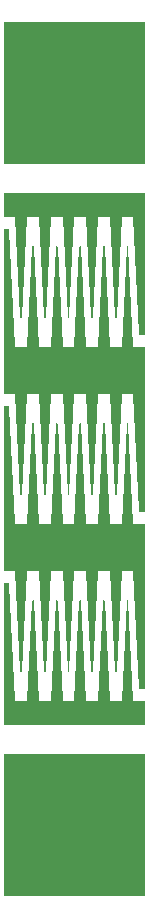
<source format=gbr>
G04 EAGLE Gerber RS-274X export*
G75*
%MOMM*%
%FSLAX34Y34*%
%LPD*%
%INTop Copper*%
%IPPOS*%
%AMOC8*
5,1,8,0,0,1.08239X$1,22.5*%
G01*
%ADD10R,1.508000X1.508000*%

G36*
X129258Y630004D02*
X129258Y630004D01*
X129277Y630002D01*
X129379Y630024D01*
X129481Y630041D01*
X129498Y630050D01*
X129518Y630054D01*
X129607Y630107D01*
X129698Y630156D01*
X129712Y630170D01*
X129729Y630180D01*
X129796Y630259D01*
X129868Y630334D01*
X129876Y630352D01*
X129889Y630367D01*
X129928Y630463D01*
X129971Y630557D01*
X129973Y630577D01*
X129981Y630595D01*
X129999Y630762D01*
X129999Y749238D01*
X129996Y749258D01*
X129998Y749277D01*
X129976Y749379D01*
X129960Y749481D01*
X129950Y749498D01*
X129946Y749518D01*
X129893Y749607D01*
X129844Y749698D01*
X129830Y749712D01*
X129820Y749729D01*
X129741Y749796D01*
X129666Y749868D01*
X129648Y749876D01*
X129633Y749889D01*
X129537Y749928D01*
X129443Y749971D01*
X129423Y749973D01*
X129405Y749981D01*
X129238Y749999D01*
X10762Y749999D01*
X10742Y749996D01*
X10723Y749998D01*
X10621Y749976D01*
X10519Y749960D01*
X10502Y749950D01*
X10482Y749946D01*
X10393Y749893D01*
X10302Y749844D01*
X10288Y749830D01*
X10271Y749820D01*
X10204Y749741D01*
X10133Y749666D01*
X10124Y749648D01*
X10111Y749633D01*
X10072Y749537D01*
X10029Y749443D01*
X10027Y749423D01*
X10019Y749405D01*
X10001Y749238D01*
X10001Y630762D01*
X10004Y630742D01*
X10002Y630723D01*
X10024Y630621D01*
X10041Y630519D01*
X10050Y630502D01*
X10054Y630482D01*
X10107Y630393D01*
X10156Y630302D01*
X10170Y630288D01*
X10180Y630271D01*
X10259Y630204D01*
X10334Y630133D01*
X10352Y630124D01*
X10367Y630111D01*
X10463Y630072D01*
X10557Y630029D01*
X10577Y630027D01*
X10595Y630019D01*
X10762Y630001D01*
X129238Y630001D01*
X129258Y630004D01*
G37*
G36*
X129258Y10004D02*
X129258Y10004D01*
X129277Y10002D01*
X129379Y10024D01*
X129481Y10041D01*
X129498Y10050D01*
X129518Y10054D01*
X129607Y10107D01*
X129698Y10156D01*
X129712Y10170D01*
X129729Y10180D01*
X129796Y10259D01*
X129868Y10334D01*
X129876Y10352D01*
X129889Y10367D01*
X129928Y10463D01*
X129971Y10557D01*
X129973Y10577D01*
X129981Y10595D01*
X129999Y10762D01*
X129999Y129238D01*
X129996Y129258D01*
X129998Y129277D01*
X129976Y129379D01*
X129960Y129481D01*
X129950Y129498D01*
X129946Y129518D01*
X129893Y129607D01*
X129844Y129698D01*
X129830Y129712D01*
X129820Y129729D01*
X129741Y129796D01*
X129666Y129868D01*
X129648Y129876D01*
X129633Y129889D01*
X129537Y129928D01*
X129443Y129971D01*
X129423Y129973D01*
X129405Y129981D01*
X129238Y129999D01*
X10762Y129999D01*
X10742Y129996D01*
X10723Y129998D01*
X10621Y129976D01*
X10519Y129960D01*
X10502Y129950D01*
X10482Y129946D01*
X10393Y129893D01*
X10302Y129844D01*
X10288Y129830D01*
X10271Y129820D01*
X10204Y129741D01*
X10133Y129666D01*
X10124Y129648D01*
X10111Y129633D01*
X10072Y129537D01*
X10029Y129443D01*
X10027Y129423D01*
X10019Y129405D01*
X10001Y129238D01*
X10001Y10762D01*
X10004Y10742D01*
X10002Y10723D01*
X10024Y10621D01*
X10041Y10519D01*
X10050Y10502D01*
X10054Y10482D01*
X10107Y10393D01*
X10156Y10302D01*
X10170Y10288D01*
X10180Y10271D01*
X10259Y10204D01*
X10334Y10133D01*
X10352Y10124D01*
X10367Y10111D01*
X10463Y10072D01*
X10557Y10029D01*
X10577Y10027D01*
X10595Y10019D01*
X10762Y10001D01*
X129238Y10001D01*
X129258Y10004D01*
G37*
G36*
X129258Y335004D02*
X129258Y335004D01*
X129277Y335002D01*
X129379Y335024D01*
X129481Y335041D01*
X129498Y335050D01*
X129518Y335054D01*
X129607Y335107D01*
X129698Y335156D01*
X129712Y335170D01*
X129729Y335180D01*
X129796Y335259D01*
X129868Y335334D01*
X129876Y335352D01*
X129889Y335367D01*
X129928Y335463D01*
X129971Y335557D01*
X129973Y335577D01*
X129981Y335595D01*
X129999Y335762D01*
X129999Y474238D01*
X129996Y474258D01*
X129998Y474277D01*
X129976Y474379D01*
X129960Y474481D01*
X129950Y474498D01*
X129946Y474518D01*
X129893Y474607D01*
X129844Y474698D01*
X129830Y474712D01*
X129820Y474729D01*
X129741Y474796D01*
X129666Y474868D01*
X129648Y474876D01*
X129633Y474889D01*
X129537Y474928D01*
X129443Y474971D01*
X129423Y474973D01*
X129405Y474981D01*
X129238Y474999D01*
X120019Y474999D01*
X120005Y474997D01*
X119999Y474997D01*
X119998Y474998D01*
X119997Y474999D01*
X119997Y475000D01*
X119998Y475019D01*
X115760Y559779D01*
X115742Y559863D01*
X115733Y559947D01*
X115717Y559982D01*
X115709Y560019D01*
X115665Y560093D01*
X115629Y560170D01*
X115602Y560198D01*
X115583Y560231D01*
X115518Y560287D01*
X115459Y560348D01*
X115425Y560366D01*
X115396Y560391D01*
X115317Y560423D01*
X115241Y560463D01*
X115204Y560469D01*
X115168Y560483D01*
X115083Y560489D01*
X114999Y560502D01*
X114961Y560496D01*
X114923Y560498D01*
X114840Y560476D01*
X114756Y560462D01*
X114722Y560444D01*
X114685Y560434D01*
X114614Y560387D01*
X114539Y560346D01*
X114512Y560319D01*
X114481Y560297D01*
X114428Y560230D01*
X114370Y560168D01*
X114354Y560133D01*
X114330Y560103D01*
X114302Y560022D01*
X114266Y559945D01*
X114259Y559896D01*
X114250Y559870D01*
X114247Y559825D01*
X114240Y559779D01*
X110002Y475019D01*
X110003Y475005D01*
X110003Y474999D01*
X110002Y474998D01*
X110001Y474997D01*
X110000Y474997D01*
X109981Y474999D01*
X100019Y474999D01*
X100005Y474997D01*
X99999Y474997D01*
X99998Y474998D01*
X99997Y474999D01*
X99997Y475000D01*
X99998Y475019D01*
X95760Y559779D01*
X95742Y559863D01*
X95733Y559947D01*
X95717Y559982D01*
X95709Y560019D01*
X95665Y560093D01*
X95629Y560170D01*
X95602Y560198D01*
X95583Y560231D01*
X95518Y560287D01*
X95459Y560348D01*
X95425Y560366D01*
X95396Y560391D01*
X95317Y560423D01*
X95241Y560463D01*
X95204Y560469D01*
X95168Y560483D01*
X95083Y560489D01*
X94999Y560502D01*
X94961Y560496D01*
X94923Y560498D01*
X94840Y560476D01*
X94756Y560462D01*
X94722Y560444D01*
X94685Y560434D01*
X94614Y560387D01*
X94539Y560346D01*
X94512Y560319D01*
X94481Y560297D01*
X94428Y560230D01*
X94370Y560168D01*
X94354Y560133D01*
X94330Y560103D01*
X94302Y560022D01*
X94266Y559945D01*
X94259Y559896D01*
X94250Y559870D01*
X94247Y559825D01*
X94240Y559779D01*
X90002Y475019D01*
X90003Y475005D01*
X90003Y474999D01*
X90002Y474998D01*
X90001Y474997D01*
X90000Y474997D01*
X89981Y474999D01*
X80019Y474999D01*
X80005Y474997D01*
X79999Y474997D01*
X79998Y474998D01*
X79997Y474999D01*
X79997Y475000D01*
X79998Y475019D01*
X75760Y559779D01*
X75742Y559863D01*
X75733Y559947D01*
X75717Y559982D01*
X75709Y560019D01*
X75665Y560093D01*
X75629Y560170D01*
X75602Y560198D01*
X75583Y560231D01*
X75518Y560287D01*
X75459Y560348D01*
X75425Y560366D01*
X75396Y560391D01*
X75317Y560423D01*
X75241Y560463D01*
X75204Y560469D01*
X75168Y560483D01*
X75083Y560489D01*
X74999Y560502D01*
X74961Y560496D01*
X74923Y560498D01*
X74840Y560476D01*
X74756Y560462D01*
X74722Y560444D01*
X74685Y560434D01*
X74614Y560387D01*
X74539Y560346D01*
X74512Y560319D01*
X74481Y560297D01*
X74428Y560230D01*
X74370Y560168D01*
X74354Y560133D01*
X74330Y560103D01*
X74302Y560022D01*
X74266Y559945D01*
X74259Y559896D01*
X74250Y559870D01*
X74247Y559825D01*
X74240Y559779D01*
X70002Y475019D01*
X70003Y475005D01*
X70003Y474999D01*
X70002Y474998D01*
X70001Y474997D01*
X70000Y474997D01*
X69981Y474999D01*
X60019Y474999D01*
X60005Y474997D01*
X59999Y474997D01*
X59998Y474998D01*
X59997Y474999D01*
X59997Y475000D01*
X59998Y475019D01*
X55760Y559779D01*
X55742Y559863D01*
X55733Y559947D01*
X55717Y559982D01*
X55709Y560019D01*
X55665Y560093D01*
X55629Y560170D01*
X55602Y560198D01*
X55583Y560231D01*
X55518Y560287D01*
X55459Y560348D01*
X55425Y560366D01*
X55396Y560391D01*
X55317Y560423D01*
X55241Y560463D01*
X55204Y560469D01*
X55168Y560483D01*
X55083Y560489D01*
X54999Y560502D01*
X54961Y560496D01*
X54923Y560498D01*
X54840Y560476D01*
X54756Y560462D01*
X54722Y560444D01*
X54685Y560434D01*
X54614Y560387D01*
X54539Y560346D01*
X54512Y560319D01*
X54481Y560297D01*
X54428Y560230D01*
X54370Y560168D01*
X54354Y560133D01*
X54330Y560103D01*
X54302Y560022D01*
X54266Y559945D01*
X54259Y559896D01*
X54250Y559870D01*
X54247Y559825D01*
X54240Y559779D01*
X50002Y475019D01*
X50003Y475005D01*
X50003Y474999D01*
X50002Y474998D01*
X50001Y474997D01*
X50000Y474997D01*
X49981Y474999D01*
X40019Y474999D01*
X40005Y474997D01*
X39999Y474997D01*
X39998Y474998D01*
X39997Y474999D01*
X39997Y475000D01*
X39998Y475019D01*
X35760Y559779D01*
X35742Y559863D01*
X35733Y559947D01*
X35717Y559982D01*
X35709Y560019D01*
X35665Y560093D01*
X35629Y560170D01*
X35602Y560198D01*
X35583Y560231D01*
X35518Y560287D01*
X35459Y560348D01*
X35425Y560366D01*
X35396Y560391D01*
X35317Y560423D01*
X35241Y560463D01*
X35204Y560469D01*
X35168Y560483D01*
X35083Y560489D01*
X34999Y560502D01*
X34961Y560496D01*
X34923Y560498D01*
X34840Y560476D01*
X34756Y560462D01*
X34722Y560444D01*
X34685Y560434D01*
X34614Y560387D01*
X34539Y560346D01*
X34512Y560319D01*
X34481Y560297D01*
X34428Y560230D01*
X34370Y560168D01*
X34354Y560133D01*
X34330Y560103D01*
X34302Y560022D01*
X34266Y559945D01*
X34259Y559896D01*
X34250Y559870D01*
X34247Y559825D01*
X34240Y559779D01*
X30002Y475019D01*
X30003Y475005D01*
X30003Y474999D01*
X30002Y474998D01*
X30001Y474997D01*
X30000Y474997D01*
X29981Y474999D01*
X20019Y474999D01*
X20005Y474997D01*
X19999Y474997D01*
X19998Y474998D01*
X19997Y474999D01*
X19997Y475000D01*
X19998Y475019D01*
X15035Y574276D01*
X15035Y574277D01*
X15010Y574393D01*
X14984Y574516D01*
X14983Y574517D01*
X14983Y574518D01*
X14922Y574620D01*
X14858Y574728D01*
X14857Y574728D01*
X14857Y574729D01*
X14765Y574808D01*
X14671Y574888D01*
X14670Y574889D01*
X14549Y574938D01*
X14443Y574980D01*
X14442Y574981D01*
X14275Y574999D01*
X10762Y574999D01*
X10742Y574996D01*
X10723Y574998D01*
X10621Y574976D01*
X10519Y574960D01*
X10502Y574950D01*
X10482Y574946D01*
X10393Y574893D01*
X10302Y574844D01*
X10288Y574830D01*
X10271Y574820D01*
X10204Y574741D01*
X10133Y574666D01*
X10124Y574648D01*
X10111Y574633D01*
X10072Y574537D01*
X10029Y574443D01*
X10027Y574423D01*
X10019Y574405D01*
X10001Y574238D01*
X10001Y435762D01*
X10004Y435742D01*
X10002Y435723D01*
X10024Y435621D01*
X10041Y435519D01*
X10050Y435502D01*
X10054Y435482D01*
X10107Y435393D01*
X10156Y435302D01*
X10170Y435288D01*
X10180Y435271D01*
X10259Y435204D01*
X10334Y435133D01*
X10352Y435124D01*
X10367Y435111D01*
X10463Y435072D01*
X10557Y435029D01*
X10577Y435027D01*
X10595Y435019D01*
X10762Y435001D01*
X19981Y435001D01*
X19995Y435003D01*
X20001Y435003D01*
X20002Y435002D01*
X20003Y435001D01*
X20003Y435000D01*
X20002Y434981D01*
X24240Y350221D01*
X24258Y350137D01*
X24267Y350053D01*
X24283Y350018D01*
X24292Y349981D01*
X24335Y349907D01*
X24371Y349830D01*
X24398Y349802D01*
X24417Y349769D01*
X24482Y349714D01*
X24541Y349652D01*
X24575Y349634D01*
X24604Y349609D01*
X24683Y349577D01*
X24759Y349537D01*
X24796Y349531D01*
X24832Y349517D01*
X24917Y349512D01*
X25001Y349498D01*
X25039Y349504D01*
X25077Y349502D01*
X25160Y349524D01*
X25244Y349538D01*
X25278Y349556D01*
X25315Y349566D01*
X25386Y349613D01*
X25461Y349654D01*
X25488Y349681D01*
X25519Y349703D01*
X25572Y349770D01*
X25630Y349832D01*
X25646Y349867D01*
X25670Y349897D01*
X25698Y349978D01*
X25734Y350056D01*
X25741Y350105D01*
X25750Y350130D01*
X25753Y350175D01*
X25760Y350221D01*
X29998Y434981D01*
X29997Y434995D01*
X29997Y435001D01*
X29998Y435002D01*
X29999Y435003D01*
X30000Y435003D01*
X30019Y435001D01*
X39981Y435001D01*
X39995Y435003D01*
X40001Y435003D01*
X40002Y435002D01*
X40003Y435001D01*
X40003Y435000D01*
X40002Y434981D01*
X44240Y350221D01*
X44258Y350137D01*
X44267Y350053D01*
X44283Y350018D01*
X44292Y349981D01*
X44335Y349907D01*
X44371Y349830D01*
X44398Y349802D01*
X44417Y349769D01*
X44482Y349714D01*
X44541Y349652D01*
X44575Y349634D01*
X44604Y349609D01*
X44683Y349577D01*
X44759Y349537D01*
X44796Y349531D01*
X44832Y349517D01*
X44917Y349512D01*
X45001Y349498D01*
X45039Y349504D01*
X45077Y349502D01*
X45160Y349524D01*
X45244Y349538D01*
X45278Y349556D01*
X45315Y349566D01*
X45386Y349613D01*
X45461Y349654D01*
X45488Y349681D01*
X45519Y349703D01*
X45572Y349770D01*
X45630Y349832D01*
X45646Y349867D01*
X45670Y349897D01*
X45698Y349978D01*
X45734Y350056D01*
X45741Y350105D01*
X45750Y350130D01*
X45753Y350175D01*
X45760Y350221D01*
X49998Y434981D01*
X49997Y434995D01*
X49997Y435001D01*
X49998Y435002D01*
X49999Y435003D01*
X50000Y435003D01*
X50019Y435001D01*
X59981Y435001D01*
X59995Y435003D01*
X60001Y435003D01*
X60002Y435002D01*
X60003Y435001D01*
X60003Y435000D01*
X60002Y434981D01*
X64240Y350221D01*
X64258Y350137D01*
X64267Y350053D01*
X64283Y350018D01*
X64292Y349981D01*
X64335Y349907D01*
X64371Y349830D01*
X64398Y349802D01*
X64417Y349769D01*
X64482Y349714D01*
X64541Y349652D01*
X64575Y349634D01*
X64604Y349609D01*
X64683Y349577D01*
X64759Y349537D01*
X64796Y349531D01*
X64832Y349517D01*
X64917Y349512D01*
X65001Y349498D01*
X65039Y349504D01*
X65077Y349502D01*
X65160Y349524D01*
X65244Y349538D01*
X65278Y349556D01*
X65315Y349566D01*
X65386Y349613D01*
X65461Y349654D01*
X65488Y349681D01*
X65519Y349703D01*
X65572Y349770D01*
X65630Y349832D01*
X65646Y349867D01*
X65670Y349897D01*
X65698Y349978D01*
X65734Y350056D01*
X65741Y350105D01*
X65750Y350130D01*
X65753Y350175D01*
X65760Y350221D01*
X69998Y434981D01*
X69997Y434995D01*
X69997Y435001D01*
X69998Y435002D01*
X69999Y435003D01*
X70000Y435003D01*
X70019Y435001D01*
X79981Y435001D01*
X79995Y435003D01*
X80001Y435003D01*
X80002Y435002D01*
X80003Y435001D01*
X80003Y435000D01*
X80002Y434981D01*
X84240Y350221D01*
X84258Y350137D01*
X84267Y350053D01*
X84283Y350018D01*
X84292Y349981D01*
X84335Y349907D01*
X84371Y349830D01*
X84398Y349802D01*
X84417Y349769D01*
X84482Y349714D01*
X84541Y349652D01*
X84575Y349634D01*
X84604Y349609D01*
X84683Y349577D01*
X84759Y349537D01*
X84796Y349531D01*
X84832Y349517D01*
X84917Y349512D01*
X85001Y349498D01*
X85039Y349504D01*
X85077Y349502D01*
X85160Y349524D01*
X85244Y349538D01*
X85278Y349556D01*
X85315Y349566D01*
X85386Y349613D01*
X85461Y349654D01*
X85488Y349681D01*
X85519Y349703D01*
X85572Y349770D01*
X85630Y349832D01*
X85646Y349867D01*
X85670Y349897D01*
X85698Y349978D01*
X85734Y350056D01*
X85741Y350105D01*
X85750Y350130D01*
X85753Y350175D01*
X85760Y350221D01*
X89998Y434981D01*
X89997Y434995D01*
X89997Y435001D01*
X89998Y435002D01*
X89999Y435003D01*
X90000Y435003D01*
X90019Y435001D01*
X99981Y435001D01*
X99995Y435003D01*
X100001Y435003D01*
X100002Y435002D01*
X100003Y435001D01*
X100003Y435000D01*
X100002Y434981D01*
X104240Y350221D01*
X104258Y350137D01*
X104267Y350053D01*
X104283Y350018D01*
X104292Y349981D01*
X104335Y349907D01*
X104371Y349830D01*
X104398Y349802D01*
X104417Y349769D01*
X104482Y349714D01*
X104541Y349652D01*
X104575Y349634D01*
X104604Y349609D01*
X104683Y349577D01*
X104759Y349537D01*
X104796Y349531D01*
X104832Y349517D01*
X104917Y349512D01*
X105001Y349498D01*
X105039Y349504D01*
X105077Y349502D01*
X105160Y349524D01*
X105244Y349538D01*
X105278Y349556D01*
X105315Y349566D01*
X105386Y349613D01*
X105461Y349654D01*
X105488Y349681D01*
X105519Y349703D01*
X105572Y349770D01*
X105630Y349832D01*
X105646Y349867D01*
X105670Y349897D01*
X105698Y349978D01*
X105734Y350056D01*
X105741Y350105D01*
X105750Y350130D01*
X105753Y350175D01*
X105760Y350221D01*
X109998Y434981D01*
X109997Y434995D01*
X109997Y435001D01*
X109998Y435002D01*
X109999Y435003D01*
X110000Y435003D01*
X110019Y435001D01*
X119981Y435001D01*
X119995Y435003D01*
X120001Y435003D01*
X120002Y435002D01*
X120003Y435001D01*
X120003Y435000D01*
X120002Y434981D01*
X124965Y335724D01*
X124965Y335723D01*
X124990Y335607D01*
X125016Y335484D01*
X125017Y335483D01*
X125017Y335482D01*
X125078Y335380D01*
X125142Y335272D01*
X125143Y335272D01*
X125143Y335271D01*
X125235Y335192D01*
X125329Y335112D01*
X125330Y335111D01*
X125451Y335062D01*
X125557Y335020D01*
X125558Y335019D01*
X125725Y335001D01*
X129238Y335001D01*
X129258Y335004D01*
G37*
G36*
X129258Y185004D02*
X129258Y185004D01*
X129277Y185002D01*
X129379Y185024D01*
X129481Y185041D01*
X129498Y185050D01*
X129518Y185054D01*
X129607Y185107D01*
X129698Y185156D01*
X129712Y185170D01*
X129729Y185180D01*
X129796Y185259D01*
X129868Y185334D01*
X129876Y185352D01*
X129889Y185367D01*
X129928Y185463D01*
X129971Y185557D01*
X129973Y185577D01*
X129981Y185595D01*
X129999Y185762D01*
X129999Y324238D01*
X129996Y324258D01*
X129998Y324277D01*
X129976Y324379D01*
X129960Y324481D01*
X129950Y324498D01*
X129946Y324518D01*
X129893Y324607D01*
X129844Y324698D01*
X129830Y324712D01*
X129820Y324729D01*
X129741Y324796D01*
X129666Y324868D01*
X129648Y324876D01*
X129633Y324889D01*
X129537Y324928D01*
X129443Y324971D01*
X129423Y324973D01*
X129405Y324981D01*
X129238Y324999D01*
X120019Y324999D01*
X120005Y324997D01*
X119999Y324997D01*
X119998Y324998D01*
X119997Y324999D01*
X119997Y325000D01*
X119998Y325019D01*
X115760Y409779D01*
X115742Y409863D01*
X115733Y409947D01*
X115717Y409982D01*
X115709Y410019D01*
X115665Y410093D01*
X115629Y410170D01*
X115602Y410198D01*
X115583Y410231D01*
X115518Y410287D01*
X115459Y410348D01*
X115425Y410366D01*
X115396Y410391D01*
X115317Y410423D01*
X115241Y410463D01*
X115204Y410469D01*
X115168Y410483D01*
X115083Y410489D01*
X114999Y410502D01*
X114961Y410496D01*
X114923Y410498D01*
X114840Y410476D01*
X114756Y410462D01*
X114722Y410444D01*
X114685Y410434D01*
X114614Y410387D01*
X114539Y410346D01*
X114512Y410319D01*
X114481Y410297D01*
X114428Y410230D01*
X114370Y410168D01*
X114354Y410133D01*
X114330Y410103D01*
X114302Y410022D01*
X114266Y409945D01*
X114259Y409896D01*
X114250Y409870D01*
X114247Y409825D01*
X114240Y409779D01*
X110002Y325019D01*
X110003Y325005D01*
X110003Y324999D01*
X110002Y324998D01*
X110001Y324997D01*
X110000Y324997D01*
X109981Y324999D01*
X100019Y324999D01*
X100005Y324997D01*
X99999Y324997D01*
X99998Y324998D01*
X99997Y324999D01*
X99997Y325000D01*
X99998Y325019D01*
X95760Y409779D01*
X95742Y409863D01*
X95733Y409947D01*
X95717Y409982D01*
X95709Y410019D01*
X95665Y410093D01*
X95629Y410170D01*
X95602Y410198D01*
X95583Y410231D01*
X95518Y410287D01*
X95459Y410348D01*
X95425Y410366D01*
X95396Y410391D01*
X95317Y410423D01*
X95241Y410463D01*
X95204Y410469D01*
X95168Y410483D01*
X95083Y410489D01*
X94999Y410502D01*
X94961Y410496D01*
X94923Y410498D01*
X94840Y410476D01*
X94756Y410462D01*
X94722Y410444D01*
X94685Y410434D01*
X94614Y410387D01*
X94539Y410346D01*
X94512Y410319D01*
X94481Y410297D01*
X94428Y410230D01*
X94370Y410168D01*
X94354Y410133D01*
X94330Y410103D01*
X94302Y410022D01*
X94266Y409945D01*
X94259Y409896D01*
X94250Y409870D01*
X94247Y409825D01*
X94240Y409779D01*
X90002Y325019D01*
X90003Y325005D01*
X90003Y324999D01*
X90002Y324998D01*
X90001Y324997D01*
X90000Y324997D01*
X89981Y324999D01*
X80019Y324999D01*
X80005Y324997D01*
X79999Y324997D01*
X79998Y324998D01*
X79997Y324999D01*
X79997Y325000D01*
X79998Y325019D01*
X75760Y409779D01*
X75742Y409863D01*
X75733Y409947D01*
X75717Y409982D01*
X75709Y410019D01*
X75665Y410093D01*
X75629Y410170D01*
X75602Y410198D01*
X75583Y410231D01*
X75518Y410287D01*
X75459Y410348D01*
X75425Y410366D01*
X75396Y410391D01*
X75317Y410423D01*
X75241Y410463D01*
X75204Y410469D01*
X75168Y410483D01*
X75083Y410489D01*
X74999Y410502D01*
X74961Y410496D01*
X74923Y410498D01*
X74840Y410476D01*
X74756Y410462D01*
X74722Y410444D01*
X74685Y410434D01*
X74614Y410387D01*
X74539Y410346D01*
X74512Y410319D01*
X74481Y410297D01*
X74428Y410230D01*
X74370Y410168D01*
X74354Y410133D01*
X74330Y410103D01*
X74302Y410022D01*
X74266Y409945D01*
X74259Y409896D01*
X74250Y409870D01*
X74247Y409825D01*
X74240Y409779D01*
X70002Y325019D01*
X70003Y325005D01*
X70003Y324999D01*
X70002Y324998D01*
X70001Y324997D01*
X70000Y324997D01*
X69981Y324999D01*
X60019Y324999D01*
X60005Y324997D01*
X59999Y324997D01*
X59998Y324998D01*
X59997Y324999D01*
X59997Y325000D01*
X59998Y325019D01*
X55760Y409779D01*
X55742Y409863D01*
X55733Y409947D01*
X55717Y409982D01*
X55709Y410019D01*
X55665Y410093D01*
X55629Y410170D01*
X55602Y410198D01*
X55583Y410231D01*
X55518Y410287D01*
X55459Y410348D01*
X55425Y410366D01*
X55396Y410391D01*
X55317Y410423D01*
X55241Y410463D01*
X55204Y410469D01*
X55168Y410483D01*
X55083Y410489D01*
X54999Y410502D01*
X54961Y410496D01*
X54923Y410498D01*
X54840Y410476D01*
X54756Y410462D01*
X54722Y410444D01*
X54685Y410434D01*
X54614Y410387D01*
X54539Y410346D01*
X54512Y410319D01*
X54481Y410297D01*
X54428Y410230D01*
X54370Y410168D01*
X54354Y410133D01*
X54330Y410103D01*
X54302Y410022D01*
X54266Y409945D01*
X54259Y409896D01*
X54250Y409870D01*
X54247Y409825D01*
X54240Y409779D01*
X50002Y325019D01*
X50003Y325005D01*
X50003Y324999D01*
X50002Y324998D01*
X50001Y324997D01*
X50000Y324997D01*
X49981Y324999D01*
X40019Y324999D01*
X40005Y324997D01*
X39999Y324997D01*
X39998Y324998D01*
X39997Y324999D01*
X39997Y325000D01*
X39998Y325019D01*
X35760Y409779D01*
X35742Y409863D01*
X35733Y409947D01*
X35717Y409982D01*
X35709Y410019D01*
X35665Y410093D01*
X35629Y410170D01*
X35602Y410198D01*
X35583Y410231D01*
X35518Y410287D01*
X35459Y410348D01*
X35425Y410366D01*
X35396Y410391D01*
X35317Y410423D01*
X35241Y410463D01*
X35204Y410469D01*
X35168Y410483D01*
X35083Y410489D01*
X34999Y410502D01*
X34961Y410496D01*
X34923Y410498D01*
X34840Y410476D01*
X34756Y410462D01*
X34722Y410444D01*
X34685Y410434D01*
X34614Y410387D01*
X34539Y410346D01*
X34512Y410319D01*
X34481Y410297D01*
X34428Y410230D01*
X34370Y410168D01*
X34354Y410133D01*
X34330Y410103D01*
X34302Y410022D01*
X34266Y409945D01*
X34259Y409896D01*
X34250Y409870D01*
X34247Y409825D01*
X34240Y409779D01*
X30002Y325019D01*
X30003Y325005D01*
X30003Y324999D01*
X30002Y324998D01*
X30001Y324997D01*
X30000Y324997D01*
X29981Y324999D01*
X20019Y324999D01*
X20005Y324997D01*
X19999Y324997D01*
X19998Y324998D01*
X19997Y324999D01*
X19997Y325000D01*
X19998Y325019D01*
X15035Y424276D01*
X15035Y424277D01*
X15010Y424393D01*
X14984Y424516D01*
X14983Y424517D01*
X14983Y424518D01*
X14922Y424620D01*
X14858Y424728D01*
X14857Y424728D01*
X14857Y424729D01*
X14765Y424808D01*
X14671Y424888D01*
X14670Y424889D01*
X14549Y424938D01*
X14443Y424980D01*
X14442Y424981D01*
X14275Y424999D01*
X10762Y424999D01*
X10742Y424996D01*
X10723Y424998D01*
X10621Y424976D01*
X10519Y424960D01*
X10502Y424950D01*
X10482Y424946D01*
X10393Y424893D01*
X10302Y424844D01*
X10288Y424830D01*
X10271Y424820D01*
X10204Y424741D01*
X10133Y424666D01*
X10124Y424648D01*
X10111Y424633D01*
X10072Y424537D01*
X10029Y424443D01*
X10027Y424423D01*
X10019Y424405D01*
X10001Y424238D01*
X10001Y285762D01*
X10004Y285742D01*
X10002Y285723D01*
X10024Y285621D01*
X10041Y285519D01*
X10050Y285502D01*
X10054Y285482D01*
X10107Y285393D01*
X10156Y285302D01*
X10170Y285288D01*
X10180Y285271D01*
X10259Y285204D01*
X10334Y285133D01*
X10352Y285124D01*
X10367Y285111D01*
X10463Y285072D01*
X10557Y285029D01*
X10577Y285027D01*
X10595Y285019D01*
X10762Y285001D01*
X19981Y285001D01*
X19995Y285003D01*
X20001Y285003D01*
X20002Y285002D01*
X20003Y285001D01*
X20003Y285000D01*
X20002Y284981D01*
X24240Y200221D01*
X24258Y200137D01*
X24267Y200053D01*
X24283Y200018D01*
X24292Y199981D01*
X24335Y199907D01*
X24371Y199830D01*
X24398Y199802D01*
X24417Y199769D01*
X24482Y199714D01*
X24541Y199652D01*
X24575Y199634D01*
X24604Y199609D01*
X24683Y199577D01*
X24759Y199537D01*
X24796Y199531D01*
X24832Y199517D01*
X24917Y199512D01*
X25001Y199498D01*
X25039Y199504D01*
X25077Y199502D01*
X25160Y199524D01*
X25244Y199538D01*
X25278Y199556D01*
X25315Y199566D01*
X25386Y199613D01*
X25461Y199654D01*
X25488Y199681D01*
X25519Y199703D01*
X25572Y199770D01*
X25630Y199832D01*
X25646Y199867D01*
X25670Y199897D01*
X25698Y199978D01*
X25734Y200056D01*
X25741Y200105D01*
X25750Y200130D01*
X25753Y200175D01*
X25760Y200221D01*
X29998Y284981D01*
X29997Y284995D01*
X29997Y285001D01*
X29998Y285002D01*
X29999Y285003D01*
X30000Y285003D01*
X30019Y285001D01*
X39981Y285001D01*
X39995Y285003D01*
X40001Y285003D01*
X40002Y285002D01*
X40003Y285001D01*
X40003Y285000D01*
X40002Y284981D01*
X44240Y200221D01*
X44258Y200137D01*
X44267Y200053D01*
X44283Y200018D01*
X44292Y199981D01*
X44335Y199907D01*
X44371Y199830D01*
X44398Y199802D01*
X44417Y199769D01*
X44482Y199714D01*
X44541Y199652D01*
X44575Y199634D01*
X44604Y199609D01*
X44683Y199577D01*
X44759Y199537D01*
X44796Y199531D01*
X44832Y199517D01*
X44917Y199512D01*
X45001Y199498D01*
X45039Y199504D01*
X45077Y199502D01*
X45160Y199524D01*
X45244Y199538D01*
X45278Y199556D01*
X45315Y199566D01*
X45386Y199613D01*
X45461Y199654D01*
X45488Y199681D01*
X45519Y199703D01*
X45572Y199770D01*
X45630Y199832D01*
X45646Y199867D01*
X45670Y199897D01*
X45698Y199978D01*
X45734Y200056D01*
X45741Y200105D01*
X45750Y200130D01*
X45753Y200175D01*
X45760Y200221D01*
X49998Y284981D01*
X49997Y284995D01*
X49997Y285001D01*
X49998Y285002D01*
X49999Y285003D01*
X50000Y285003D01*
X50019Y285001D01*
X59981Y285001D01*
X59995Y285003D01*
X60001Y285003D01*
X60002Y285002D01*
X60003Y285001D01*
X60003Y285000D01*
X60002Y284981D01*
X64240Y200221D01*
X64258Y200137D01*
X64267Y200053D01*
X64283Y200018D01*
X64292Y199981D01*
X64335Y199907D01*
X64371Y199830D01*
X64398Y199802D01*
X64417Y199769D01*
X64482Y199714D01*
X64541Y199652D01*
X64575Y199634D01*
X64604Y199609D01*
X64683Y199577D01*
X64759Y199537D01*
X64796Y199531D01*
X64832Y199517D01*
X64917Y199512D01*
X65001Y199498D01*
X65039Y199504D01*
X65077Y199502D01*
X65160Y199524D01*
X65244Y199538D01*
X65278Y199556D01*
X65315Y199566D01*
X65386Y199613D01*
X65461Y199654D01*
X65488Y199681D01*
X65519Y199703D01*
X65572Y199770D01*
X65630Y199832D01*
X65646Y199867D01*
X65670Y199897D01*
X65698Y199978D01*
X65734Y200056D01*
X65741Y200105D01*
X65750Y200130D01*
X65753Y200175D01*
X65760Y200221D01*
X69998Y284981D01*
X69997Y284995D01*
X69997Y285001D01*
X69998Y285002D01*
X69999Y285003D01*
X70000Y285003D01*
X70019Y285001D01*
X79981Y285001D01*
X79995Y285003D01*
X80001Y285003D01*
X80002Y285002D01*
X80003Y285001D01*
X80003Y285000D01*
X80002Y284981D01*
X84240Y200221D01*
X84258Y200137D01*
X84267Y200053D01*
X84283Y200018D01*
X84292Y199981D01*
X84335Y199907D01*
X84371Y199830D01*
X84398Y199802D01*
X84417Y199769D01*
X84482Y199714D01*
X84541Y199652D01*
X84575Y199634D01*
X84604Y199609D01*
X84683Y199577D01*
X84759Y199537D01*
X84796Y199531D01*
X84832Y199517D01*
X84917Y199512D01*
X85001Y199498D01*
X85039Y199504D01*
X85077Y199502D01*
X85160Y199524D01*
X85244Y199538D01*
X85278Y199556D01*
X85315Y199566D01*
X85386Y199613D01*
X85461Y199654D01*
X85488Y199681D01*
X85519Y199703D01*
X85572Y199770D01*
X85630Y199832D01*
X85646Y199867D01*
X85670Y199897D01*
X85698Y199978D01*
X85734Y200056D01*
X85741Y200105D01*
X85750Y200130D01*
X85753Y200175D01*
X85760Y200221D01*
X89998Y284981D01*
X89997Y284995D01*
X89997Y285001D01*
X89998Y285002D01*
X89999Y285003D01*
X90000Y285003D01*
X90019Y285001D01*
X99981Y285001D01*
X99995Y285003D01*
X100001Y285003D01*
X100002Y285002D01*
X100003Y285001D01*
X100003Y285000D01*
X100002Y284981D01*
X104240Y200221D01*
X104258Y200137D01*
X104267Y200053D01*
X104283Y200018D01*
X104292Y199981D01*
X104335Y199907D01*
X104371Y199830D01*
X104398Y199802D01*
X104417Y199769D01*
X104482Y199714D01*
X104541Y199652D01*
X104575Y199634D01*
X104604Y199609D01*
X104683Y199577D01*
X104759Y199537D01*
X104796Y199531D01*
X104832Y199517D01*
X104917Y199512D01*
X105001Y199498D01*
X105039Y199504D01*
X105077Y199502D01*
X105160Y199524D01*
X105244Y199538D01*
X105278Y199556D01*
X105315Y199566D01*
X105386Y199613D01*
X105461Y199654D01*
X105488Y199681D01*
X105519Y199703D01*
X105572Y199770D01*
X105630Y199832D01*
X105646Y199867D01*
X105670Y199897D01*
X105698Y199978D01*
X105734Y200056D01*
X105741Y200105D01*
X105750Y200130D01*
X105753Y200175D01*
X105760Y200221D01*
X109998Y284981D01*
X109997Y284995D01*
X109997Y285001D01*
X109998Y285002D01*
X109999Y285003D01*
X110000Y285003D01*
X110019Y285001D01*
X119981Y285001D01*
X119995Y285003D01*
X120001Y285003D01*
X120002Y285002D01*
X120003Y285001D01*
X120003Y285000D01*
X120002Y284981D01*
X124965Y185724D01*
X124965Y185723D01*
X124990Y185607D01*
X125016Y185484D01*
X125017Y185483D01*
X125017Y185482D01*
X125078Y185380D01*
X125142Y185272D01*
X125143Y185272D01*
X125143Y185271D01*
X125235Y185192D01*
X125329Y185112D01*
X125330Y185111D01*
X125451Y185062D01*
X125557Y185020D01*
X125558Y185019D01*
X125725Y185001D01*
X129238Y185001D01*
X129258Y185004D01*
G37*
G36*
X129258Y485004D02*
X129258Y485004D01*
X129277Y485002D01*
X129379Y485024D01*
X129481Y485041D01*
X129498Y485050D01*
X129518Y485054D01*
X129607Y485107D01*
X129698Y485156D01*
X129712Y485170D01*
X129729Y485180D01*
X129796Y485259D01*
X129868Y485334D01*
X129876Y485352D01*
X129889Y485367D01*
X129928Y485463D01*
X129971Y485557D01*
X129973Y485577D01*
X129981Y485595D01*
X129999Y485762D01*
X129999Y604238D01*
X129996Y604258D01*
X129998Y604277D01*
X129976Y604379D01*
X129960Y604481D01*
X129950Y604498D01*
X129946Y604518D01*
X129893Y604607D01*
X129844Y604698D01*
X129830Y604712D01*
X129820Y604729D01*
X129741Y604796D01*
X129666Y604868D01*
X129648Y604876D01*
X129633Y604889D01*
X129537Y604928D01*
X129443Y604971D01*
X129423Y604973D01*
X129405Y604981D01*
X129238Y604999D01*
X10762Y604999D01*
X10742Y604996D01*
X10723Y604998D01*
X10621Y604976D01*
X10519Y604960D01*
X10502Y604950D01*
X10482Y604946D01*
X10393Y604893D01*
X10302Y604844D01*
X10288Y604830D01*
X10271Y604820D01*
X10204Y604741D01*
X10133Y604666D01*
X10124Y604648D01*
X10111Y604633D01*
X10072Y604537D01*
X10029Y604443D01*
X10027Y604423D01*
X10019Y604405D01*
X10001Y604238D01*
X10001Y585762D01*
X10004Y585742D01*
X10002Y585723D01*
X10024Y585621D01*
X10041Y585519D01*
X10050Y585502D01*
X10054Y585482D01*
X10107Y585393D01*
X10156Y585302D01*
X10170Y585288D01*
X10180Y585271D01*
X10259Y585204D01*
X10334Y585133D01*
X10352Y585124D01*
X10367Y585111D01*
X10463Y585072D01*
X10557Y585029D01*
X10577Y585027D01*
X10595Y585019D01*
X10762Y585001D01*
X19981Y585001D01*
X19995Y585003D01*
X20001Y585003D01*
X20002Y585002D01*
X20003Y585001D01*
X20003Y585000D01*
X20002Y584981D01*
X24240Y500221D01*
X24258Y500137D01*
X24267Y500053D01*
X24283Y500018D01*
X24292Y499981D01*
X24335Y499907D01*
X24371Y499830D01*
X24398Y499802D01*
X24417Y499769D01*
X24482Y499714D01*
X24541Y499652D01*
X24575Y499634D01*
X24604Y499609D01*
X24683Y499577D01*
X24759Y499537D01*
X24796Y499531D01*
X24832Y499517D01*
X24917Y499512D01*
X25001Y499498D01*
X25039Y499504D01*
X25077Y499502D01*
X25160Y499524D01*
X25244Y499538D01*
X25278Y499556D01*
X25315Y499566D01*
X25386Y499613D01*
X25461Y499654D01*
X25488Y499681D01*
X25519Y499703D01*
X25572Y499770D01*
X25630Y499832D01*
X25646Y499867D01*
X25670Y499897D01*
X25698Y499978D01*
X25734Y500056D01*
X25741Y500105D01*
X25750Y500130D01*
X25753Y500175D01*
X25760Y500221D01*
X29998Y584981D01*
X29997Y584995D01*
X29997Y585001D01*
X29998Y585002D01*
X29999Y585003D01*
X30000Y585003D01*
X30019Y585001D01*
X39981Y585001D01*
X39995Y585003D01*
X40001Y585003D01*
X40002Y585002D01*
X40003Y585001D01*
X40003Y585000D01*
X40002Y584981D01*
X44240Y500221D01*
X44258Y500137D01*
X44267Y500053D01*
X44283Y500018D01*
X44292Y499981D01*
X44335Y499907D01*
X44371Y499830D01*
X44398Y499802D01*
X44417Y499769D01*
X44482Y499714D01*
X44541Y499652D01*
X44575Y499634D01*
X44604Y499609D01*
X44683Y499577D01*
X44759Y499537D01*
X44796Y499531D01*
X44832Y499517D01*
X44917Y499512D01*
X45001Y499498D01*
X45039Y499504D01*
X45077Y499502D01*
X45160Y499524D01*
X45244Y499538D01*
X45278Y499556D01*
X45315Y499566D01*
X45386Y499613D01*
X45461Y499654D01*
X45488Y499681D01*
X45519Y499703D01*
X45572Y499770D01*
X45630Y499832D01*
X45646Y499867D01*
X45670Y499897D01*
X45698Y499978D01*
X45734Y500056D01*
X45741Y500105D01*
X45750Y500130D01*
X45753Y500175D01*
X45760Y500221D01*
X49998Y584981D01*
X49997Y584995D01*
X49997Y585001D01*
X49998Y585002D01*
X49999Y585003D01*
X50000Y585003D01*
X50019Y585001D01*
X59981Y585001D01*
X59995Y585003D01*
X60001Y585003D01*
X60002Y585002D01*
X60003Y585001D01*
X60003Y585000D01*
X60002Y584981D01*
X64240Y500221D01*
X64258Y500137D01*
X64267Y500053D01*
X64283Y500018D01*
X64292Y499981D01*
X64335Y499907D01*
X64371Y499830D01*
X64398Y499802D01*
X64417Y499769D01*
X64482Y499714D01*
X64541Y499652D01*
X64575Y499634D01*
X64604Y499609D01*
X64683Y499577D01*
X64759Y499537D01*
X64796Y499531D01*
X64832Y499517D01*
X64917Y499512D01*
X65001Y499498D01*
X65039Y499504D01*
X65077Y499502D01*
X65160Y499524D01*
X65244Y499538D01*
X65278Y499556D01*
X65315Y499566D01*
X65386Y499613D01*
X65461Y499654D01*
X65488Y499681D01*
X65519Y499703D01*
X65572Y499770D01*
X65630Y499832D01*
X65646Y499867D01*
X65670Y499897D01*
X65698Y499978D01*
X65734Y500056D01*
X65741Y500105D01*
X65750Y500130D01*
X65753Y500175D01*
X65760Y500221D01*
X69998Y584981D01*
X69997Y584995D01*
X69997Y585001D01*
X69998Y585002D01*
X69999Y585003D01*
X70000Y585003D01*
X70019Y585001D01*
X79981Y585001D01*
X79995Y585003D01*
X80001Y585003D01*
X80002Y585002D01*
X80003Y585001D01*
X80003Y585000D01*
X80002Y584981D01*
X84240Y500221D01*
X84258Y500137D01*
X84267Y500053D01*
X84283Y500018D01*
X84292Y499981D01*
X84335Y499907D01*
X84371Y499830D01*
X84398Y499802D01*
X84417Y499769D01*
X84482Y499714D01*
X84541Y499652D01*
X84575Y499634D01*
X84604Y499609D01*
X84683Y499577D01*
X84759Y499537D01*
X84796Y499531D01*
X84832Y499517D01*
X84917Y499512D01*
X85001Y499498D01*
X85039Y499504D01*
X85077Y499502D01*
X85160Y499524D01*
X85244Y499538D01*
X85278Y499556D01*
X85315Y499566D01*
X85386Y499613D01*
X85461Y499654D01*
X85488Y499681D01*
X85519Y499703D01*
X85572Y499770D01*
X85630Y499832D01*
X85646Y499867D01*
X85670Y499897D01*
X85698Y499978D01*
X85734Y500056D01*
X85741Y500105D01*
X85750Y500130D01*
X85753Y500175D01*
X85760Y500221D01*
X89998Y584981D01*
X89997Y584995D01*
X89997Y585001D01*
X89998Y585002D01*
X89999Y585003D01*
X90000Y585003D01*
X90019Y585001D01*
X99981Y585001D01*
X99995Y585003D01*
X100001Y585003D01*
X100002Y585002D01*
X100003Y585001D01*
X100003Y585000D01*
X100002Y584981D01*
X104240Y500221D01*
X104258Y500137D01*
X104267Y500053D01*
X104283Y500018D01*
X104292Y499981D01*
X104335Y499907D01*
X104371Y499830D01*
X104398Y499802D01*
X104417Y499769D01*
X104482Y499714D01*
X104541Y499652D01*
X104575Y499634D01*
X104604Y499609D01*
X104683Y499577D01*
X104759Y499537D01*
X104796Y499531D01*
X104832Y499517D01*
X104917Y499512D01*
X105001Y499498D01*
X105039Y499504D01*
X105077Y499502D01*
X105160Y499524D01*
X105244Y499538D01*
X105278Y499556D01*
X105315Y499566D01*
X105386Y499613D01*
X105461Y499654D01*
X105488Y499681D01*
X105519Y499703D01*
X105572Y499770D01*
X105630Y499832D01*
X105646Y499867D01*
X105670Y499897D01*
X105698Y499978D01*
X105734Y500056D01*
X105741Y500105D01*
X105750Y500130D01*
X105753Y500175D01*
X105760Y500221D01*
X109998Y584981D01*
X109997Y584995D01*
X109997Y585001D01*
X109998Y585002D01*
X109999Y585003D01*
X110000Y585003D01*
X110019Y585001D01*
X119981Y585001D01*
X119995Y585003D01*
X120001Y585003D01*
X120002Y585002D01*
X120003Y585001D01*
X120003Y585000D01*
X120002Y584981D01*
X124965Y485724D01*
X124965Y485723D01*
X124990Y485607D01*
X125016Y485484D01*
X125017Y485483D01*
X125017Y485482D01*
X125078Y485380D01*
X125142Y485272D01*
X125143Y485272D01*
X125143Y485271D01*
X125235Y485192D01*
X125329Y485112D01*
X125330Y485111D01*
X125451Y485062D01*
X125557Y485020D01*
X125558Y485019D01*
X125725Y485001D01*
X129238Y485001D01*
X129258Y485004D01*
G37*
G36*
X129258Y155004D02*
X129258Y155004D01*
X129277Y155002D01*
X129379Y155024D01*
X129481Y155041D01*
X129498Y155050D01*
X129518Y155054D01*
X129607Y155107D01*
X129698Y155156D01*
X129712Y155170D01*
X129729Y155180D01*
X129796Y155259D01*
X129868Y155334D01*
X129876Y155352D01*
X129889Y155367D01*
X129928Y155463D01*
X129971Y155557D01*
X129973Y155577D01*
X129981Y155595D01*
X129999Y155762D01*
X129999Y174238D01*
X129996Y174258D01*
X129998Y174277D01*
X129976Y174379D01*
X129960Y174481D01*
X129950Y174498D01*
X129946Y174518D01*
X129893Y174607D01*
X129844Y174698D01*
X129830Y174712D01*
X129820Y174729D01*
X129741Y174796D01*
X129666Y174868D01*
X129648Y174876D01*
X129633Y174889D01*
X129537Y174928D01*
X129443Y174971D01*
X129423Y174973D01*
X129405Y174981D01*
X129238Y174999D01*
X120019Y174999D01*
X120005Y174997D01*
X119999Y174997D01*
X119998Y174998D01*
X119997Y174999D01*
X119997Y175000D01*
X119998Y175019D01*
X115760Y259779D01*
X115742Y259863D01*
X115733Y259947D01*
X115717Y259982D01*
X115709Y260019D01*
X115665Y260093D01*
X115629Y260170D01*
X115602Y260198D01*
X115583Y260231D01*
X115518Y260287D01*
X115459Y260348D01*
X115425Y260366D01*
X115396Y260391D01*
X115317Y260423D01*
X115241Y260463D01*
X115204Y260469D01*
X115168Y260483D01*
X115083Y260489D01*
X114999Y260502D01*
X114961Y260496D01*
X114923Y260498D01*
X114840Y260476D01*
X114756Y260462D01*
X114722Y260444D01*
X114685Y260434D01*
X114614Y260387D01*
X114539Y260346D01*
X114512Y260319D01*
X114481Y260297D01*
X114428Y260230D01*
X114370Y260168D01*
X114354Y260133D01*
X114330Y260103D01*
X114302Y260022D01*
X114266Y259945D01*
X114259Y259896D01*
X114250Y259870D01*
X114247Y259825D01*
X114240Y259779D01*
X110002Y175019D01*
X110003Y175005D01*
X110003Y174999D01*
X110002Y174998D01*
X110001Y174997D01*
X110000Y174997D01*
X109981Y174999D01*
X100019Y174999D01*
X100005Y174997D01*
X99999Y174997D01*
X99998Y174998D01*
X99997Y174999D01*
X99997Y175000D01*
X99998Y175019D01*
X95760Y259779D01*
X95742Y259863D01*
X95733Y259947D01*
X95717Y259982D01*
X95709Y260019D01*
X95665Y260093D01*
X95629Y260170D01*
X95602Y260198D01*
X95583Y260231D01*
X95518Y260287D01*
X95459Y260348D01*
X95425Y260366D01*
X95396Y260391D01*
X95317Y260423D01*
X95241Y260463D01*
X95204Y260469D01*
X95168Y260483D01*
X95083Y260489D01*
X94999Y260502D01*
X94961Y260496D01*
X94923Y260498D01*
X94840Y260476D01*
X94756Y260462D01*
X94722Y260444D01*
X94685Y260434D01*
X94614Y260387D01*
X94539Y260346D01*
X94512Y260319D01*
X94481Y260297D01*
X94428Y260230D01*
X94370Y260168D01*
X94354Y260133D01*
X94330Y260103D01*
X94302Y260022D01*
X94266Y259945D01*
X94259Y259896D01*
X94250Y259870D01*
X94247Y259825D01*
X94240Y259779D01*
X90002Y175019D01*
X90003Y175005D01*
X90003Y174999D01*
X90002Y174998D01*
X90001Y174997D01*
X90000Y174997D01*
X89981Y174999D01*
X80019Y174999D01*
X80005Y174997D01*
X79999Y174997D01*
X79998Y174998D01*
X79997Y174999D01*
X79997Y175000D01*
X79998Y175019D01*
X75760Y259779D01*
X75742Y259863D01*
X75733Y259947D01*
X75717Y259982D01*
X75709Y260019D01*
X75665Y260093D01*
X75629Y260170D01*
X75602Y260198D01*
X75583Y260231D01*
X75518Y260287D01*
X75459Y260348D01*
X75425Y260366D01*
X75396Y260391D01*
X75317Y260423D01*
X75241Y260463D01*
X75204Y260469D01*
X75168Y260483D01*
X75083Y260489D01*
X74999Y260502D01*
X74961Y260496D01*
X74923Y260498D01*
X74840Y260476D01*
X74756Y260462D01*
X74722Y260444D01*
X74685Y260434D01*
X74614Y260387D01*
X74539Y260346D01*
X74512Y260319D01*
X74481Y260297D01*
X74428Y260230D01*
X74370Y260168D01*
X74354Y260133D01*
X74330Y260103D01*
X74302Y260022D01*
X74266Y259945D01*
X74259Y259896D01*
X74250Y259870D01*
X74247Y259825D01*
X74240Y259779D01*
X70002Y175019D01*
X70003Y175005D01*
X70003Y174999D01*
X70002Y174998D01*
X70001Y174997D01*
X70000Y174997D01*
X69981Y174999D01*
X60019Y174999D01*
X60005Y174997D01*
X59999Y174997D01*
X59998Y174998D01*
X59997Y174999D01*
X59997Y175000D01*
X59998Y175019D01*
X55760Y259779D01*
X55742Y259863D01*
X55733Y259947D01*
X55717Y259982D01*
X55709Y260019D01*
X55665Y260093D01*
X55629Y260170D01*
X55602Y260198D01*
X55583Y260231D01*
X55518Y260287D01*
X55459Y260348D01*
X55425Y260366D01*
X55396Y260391D01*
X55317Y260423D01*
X55241Y260463D01*
X55204Y260469D01*
X55168Y260483D01*
X55083Y260489D01*
X54999Y260502D01*
X54961Y260496D01*
X54923Y260498D01*
X54840Y260476D01*
X54756Y260462D01*
X54722Y260444D01*
X54685Y260434D01*
X54614Y260387D01*
X54539Y260346D01*
X54512Y260319D01*
X54481Y260297D01*
X54428Y260230D01*
X54370Y260168D01*
X54354Y260133D01*
X54330Y260103D01*
X54302Y260022D01*
X54266Y259945D01*
X54259Y259896D01*
X54250Y259870D01*
X54247Y259825D01*
X54240Y259779D01*
X50002Y175019D01*
X50003Y175005D01*
X50003Y174999D01*
X50002Y174998D01*
X50001Y174997D01*
X50000Y174997D01*
X49981Y174999D01*
X40019Y174999D01*
X40005Y174997D01*
X39999Y174997D01*
X39998Y174998D01*
X39997Y174999D01*
X39997Y175000D01*
X39998Y175019D01*
X35760Y259779D01*
X35742Y259863D01*
X35733Y259947D01*
X35717Y259982D01*
X35709Y260019D01*
X35665Y260093D01*
X35629Y260170D01*
X35602Y260198D01*
X35583Y260231D01*
X35518Y260287D01*
X35459Y260348D01*
X35425Y260366D01*
X35396Y260391D01*
X35317Y260423D01*
X35241Y260463D01*
X35204Y260469D01*
X35168Y260483D01*
X35083Y260489D01*
X34999Y260502D01*
X34961Y260496D01*
X34923Y260498D01*
X34840Y260476D01*
X34756Y260462D01*
X34722Y260444D01*
X34685Y260434D01*
X34614Y260387D01*
X34539Y260346D01*
X34512Y260319D01*
X34481Y260297D01*
X34428Y260230D01*
X34370Y260168D01*
X34354Y260133D01*
X34330Y260103D01*
X34302Y260022D01*
X34266Y259945D01*
X34259Y259896D01*
X34250Y259870D01*
X34247Y259825D01*
X34240Y259779D01*
X30002Y175019D01*
X30003Y175005D01*
X30003Y174999D01*
X30002Y174998D01*
X30001Y174997D01*
X30000Y174997D01*
X29981Y174999D01*
X20019Y174999D01*
X20005Y174997D01*
X19999Y174997D01*
X19998Y174998D01*
X19997Y174999D01*
X19997Y175000D01*
X19998Y175019D01*
X15035Y274276D01*
X15035Y274277D01*
X15010Y274393D01*
X14984Y274516D01*
X14983Y274517D01*
X14983Y274518D01*
X14922Y274620D01*
X14858Y274728D01*
X14857Y274728D01*
X14857Y274729D01*
X14765Y274808D01*
X14671Y274888D01*
X14670Y274889D01*
X14549Y274938D01*
X14443Y274980D01*
X14442Y274981D01*
X14275Y274999D01*
X10762Y274999D01*
X10742Y274996D01*
X10723Y274998D01*
X10621Y274976D01*
X10519Y274960D01*
X10502Y274950D01*
X10482Y274946D01*
X10393Y274893D01*
X10302Y274844D01*
X10288Y274830D01*
X10271Y274820D01*
X10204Y274741D01*
X10133Y274666D01*
X10124Y274648D01*
X10111Y274633D01*
X10072Y274537D01*
X10029Y274443D01*
X10027Y274423D01*
X10019Y274405D01*
X10001Y274238D01*
X10001Y155762D01*
X10004Y155742D01*
X10002Y155723D01*
X10024Y155621D01*
X10041Y155519D01*
X10050Y155502D01*
X10054Y155482D01*
X10107Y155393D01*
X10156Y155302D01*
X10170Y155288D01*
X10180Y155271D01*
X10259Y155204D01*
X10334Y155133D01*
X10352Y155124D01*
X10367Y155111D01*
X10463Y155072D01*
X10557Y155029D01*
X10577Y155027D01*
X10595Y155019D01*
X10762Y155001D01*
X129238Y155001D01*
X129258Y155004D01*
G37*
D10*
X70000Y595000D03*
X70000Y455000D03*
X70000Y305000D03*
X70000Y165000D03*
X70000Y690000D03*
X30000Y110000D03*
M02*

</source>
